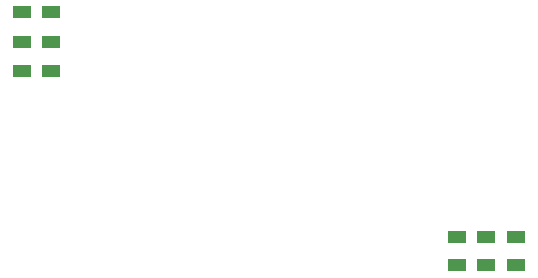
<source format=gbr>
From d9aa01eb65e6581cde34104cd9ef21933fb2ea6a Mon Sep 17 00:00:00 2001
From: Blaise Thompson <blaise@untzag.com>
Date: Tue, 21 Feb 2023 17:48:24 -0600
Subject: update base

---
 base/gerber/base-B_Paste.gbr | 20 ++++++++++----------
 1 file changed, 10 insertions(+), 10 deletions(-)

(limited to 'base/gerber/base-B_Paste.gbr')

diff --git a/base/gerber/base-B_Paste.gbr b/base/gerber/base-B_Paste.gbr
index 4ccd79b..2ca189a 100644
--- a/base/gerber/base-B_Paste.gbr
+++ b/base/gerber/base-B_Paste.gbr
@@ -1,25 +1,25 @@
-%TF.GenerationSoftware,KiCad,Pcbnew,6.0.9+dfsg-1*%
-%TF.CreationDate,2022-11-28T19:22:20-06:00*%
+%TF.GenerationSoftware,KiCad,Pcbnew,6.0.11+dfsg-1*%
+%TF.CreationDate,2023-02-21T17:46:24-06:00*%
 %TF.ProjectId,base,62617365-2e6b-4696-9361-645f70636258,A*%
 %TF.SameCoordinates,Original*%
 %TF.FileFunction,Paste,Bot*%
 %TF.FilePolarity,Positive*%
 %FSLAX46Y46*%
 G04 Gerber Fmt 4.6, Leading zero omitted, Abs format (unit mm)*
-G04 Created by KiCad (PCBNEW 6.0.9+dfsg-1) date 2022-11-28 19:22:20*
+G04 Created by KiCad (PCBNEW 6.0.11+dfsg-1) date 2023-02-21 17:46:24*
 %MOMM*%
 %LPD*%
 G01*
 G04 APERTURE LIST*
-%ADD10R,1.000000X1.600000*%
+%ADD10R,1.600000X1.000000*%
 G04 APERTURE END LIST*
 D10*
 %TO.C,SW1*%
-X129500000Y-118180000D03*
-X127000000Y-118180000D03*
-X124500000Y-118180000D03*
-X129500000Y-120580000D03*
-X127000000Y-120580000D03*
-X124500000Y-120580000D03*
+X90100000Y-104140000D03*
+X90100000Y-101640000D03*
+X90100000Y-99140000D03*
+X87700000Y-104140000D03*
+X87700000Y-101640000D03*
+X87700000Y-99140000D03*
 %TD*%
 M02*
-- 
cgit v1.2.3


</source>
